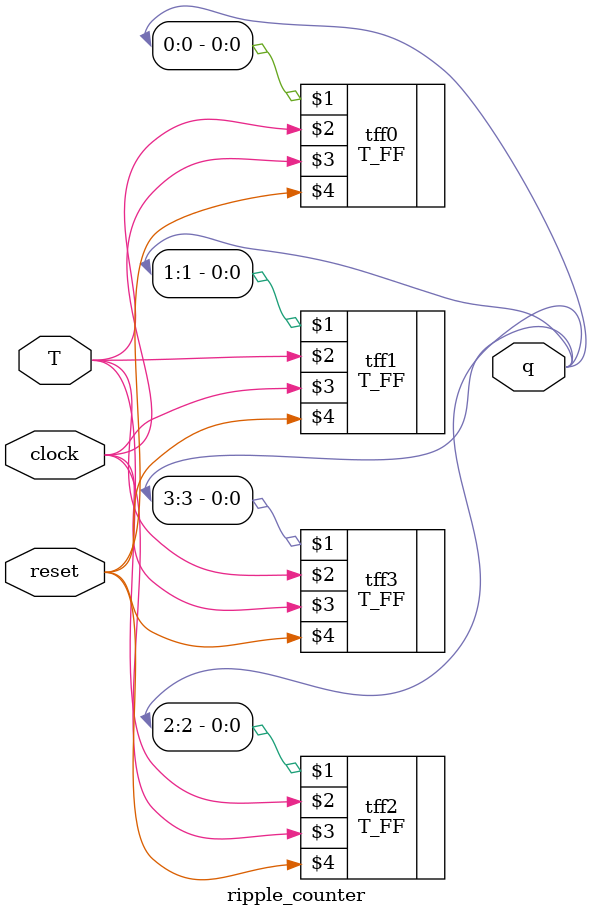
<source format=v>
module ripple_counter (q, T, clock, reset);

    output [3:0] q; 
    input T, clock, reset;

    T_FF tff0 (q[0], T, clock, reset);
    T_FF tff1 (q[1], T, clock, reset);
    T_FF tff2 (q[2], T, clock, reset);
    T_FF tff3 (q[3], T, clock, reset);
    
endmodule

</source>
